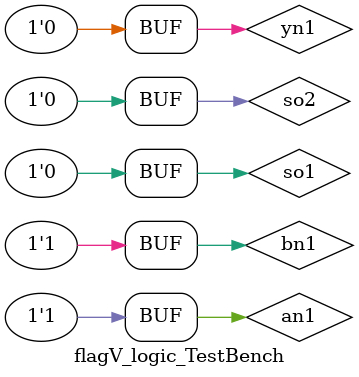
<source format=sv>


module flagV_logic_TestBench();

	
		logic so2,so1,yn1,an1,bn1;
		logic V;
		
		//flagV_logic DUT(.so2(so2), .so1(so1), .yn1(yn1), .an1(an1), .bn1(bn1), .V(V));
		flagVB_logic DUT(.so2(so2), .so1(so1), .yn1(yn1), .an1(an1), .bn1(bn1), .V(V));
		
		initial begin
			
			so2 = 1; so1 = 1;  yn1 = 1; an1 = 1; bn1 = 1; #10;
			so2 = 0; so1 = 0; #10;
			so1 = 1; #10;
			so1 = 0; yn1 = 0; an1 = 0; #10;
			yn1 = 1; #10;
			yn1 = 0; an1 = 1; #10;
			
		end
		
		
endmodule


</source>
